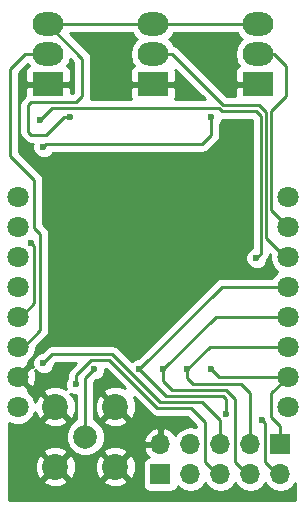
<source format=gbl>
G04 #@! TF.FileFunction,Copper,L2,Bot,Signal*
%FSLAX46Y46*%
G04 Gerber Fmt 4.6, Leading zero omitted, Abs format (unit mm)*
G04 Created by KiCad (PCBNEW 4.0.7) date Fri Oct  5 15:06:51 2018*
%MOMM*%
%LPD*%
G01*
G04 APERTURE LIST*
%ADD10C,0.100000*%
%ADD11R,1.700000X1.700000*%
%ADD12O,1.700000X1.700000*%
%ADD13C,1.800000*%
%ADD14R,2.600000X2.000000*%
%ADD15O,2.600000X2.000000*%
%ADD16C,2.200000*%
%ADD17C,2.000000*%
%ADD18C,0.600000*%
%ADD19C,0.250000*%
%ADD20C,0.254000*%
G04 APERTURE END LIST*
D10*
D11*
X121920000Y-123190000D03*
D12*
X124460000Y-123190000D03*
X127000000Y-123190000D03*
X129540000Y-123190000D03*
X132080000Y-123190000D03*
D13*
X109855000Y-99695000D03*
X109855000Y-102235000D03*
X109855000Y-104775000D03*
X109855000Y-107315000D03*
X109855000Y-109855000D03*
X109855000Y-112395000D03*
X109855000Y-114935000D03*
X109855000Y-117475000D03*
X132715000Y-117475000D03*
X132715000Y-114935000D03*
X132715000Y-112395000D03*
X132715000Y-109855000D03*
X132715000Y-107315000D03*
X132715000Y-104775000D03*
X132715000Y-102235000D03*
X132715000Y-99695000D03*
D14*
X112395000Y-90170000D03*
D15*
X112395000Y-87630000D03*
X112395000Y-85090000D03*
D16*
X113030000Y-122555000D03*
X113030000Y-117475000D03*
X118110000Y-117475000D03*
X118110000Y-122555000D03*
D17*
X115570000Y-120015000D03*
D14*
X121285000Y-90170000D03*
D15*
X121285000Y-87630000D03*
X121285000Y-85090000D03*
D14*
X130175000Y-90170000D03*
D15*
X130175000Y-87630000D03*
X130175000Y-85090000D03*
D11*
X132080000Y-120650000D03*
D12*
X129540000Y-120650000D03*
X127000000Y-120650000D03*
X124460000Y-120650000D03*
X121920000Y-120650000D03*
D18*
X126238000Y-114300000D03*
X124206000Y-114300000D03*
X122174000Y-114300000D03*
X130556000Y-118618000D03*
X127508000Y-118110000D03*
X120142000Y-114300000D03*
X114046000Y-114300000D03*
X114300000Y-92964000D03*
X110998000Y-103632000D03*
X112014000Y-95504000D03*
X126238000Y-92964000D03*
X130048000Y-104902000D03*
X111760000Y-93218000D03*
X116332000Y-114300000D03*
X114808000Y-115570000D03*
X112014000Y-113792000D03*
D19*
X132080000Y-120650000D02*
X132080000Y-119126000D01*
X131318000Y-116332000D02*
X132715000Y-114935000D01*
X131318000Y-118364000D02*
X131318000Y-116332000D01*
X132080000Y-119126000D02*
X131318000Y-118364000D01*
X126873000Y-114935000D02*
X132715000Y-114935000D01*
X126238000Y-114300000D02*
X126873000Y-114935000D01*
X129540000Y-120650000D02*
X129540000Y-116332000D01*
X124206000Y-115062000D02*
X124206000Y-114300000D01*
X124714000Y-115570000D02*
X124206000Y-115062000D01*
X128778000Y-115570000D02*
X124714000Y-115570000D01*
X129540000Y-116332000D02*
X128778000Y-115570000D01*
X126111000Y-112395000D02*
X132715000Y-112395000D01*
X124206000Y-114300000D02*
X126111000Y-112395000D01*
X129540000Y-123190000D02*
X129286000Y-123190000D01*
X129286000Y-123190000D02*
X128270000Y-122174000D01*
X128270000Y-122174000D02*
X128270000Y-116840000D01*
X128270000Y-116840000D02*
X127508000Y-116078000D01*
X127508000Y-116078000D02*
X122936000Y-116078000D01*
X122936000Y-116078000D02*
X122174000Y-115316000D01*
X122174000Y-115316000D02*
X122174000Y-114300000D01*
X126619000Y-109855000D02*
X132715000Y-109855000D01*
X122174000Y-114300000D02*
X126619000Y-109855000D01*
X132080000Y-123190000D02*
X131826000Y-123190000D01*
X131826000Y-123190000D02*
X130810000Y-122174000D01*
X130810000Y-122174000D02*
X130810000Y-118872000D01*
X130810000Y-118872000D02*
X130556000Y-118618000D01*
X127508000Y-118110000D02*
X127508000Y-116840000D01*
X127508000Y-116840000D02*
X127254000Y-116586000D01*
X127254000Y-116586000D02*
X122428000Y-116586000D01*
X122428000Y-116586000D02*
X120142000Y-114300000D01*
X127127000Y-107315000D02*
X132715000Y-107315000D01*
X120142000Y-114300000D02*
X127127000Y-107315000D01*
X114300000Y-92964000D02*
X113792000Y-92964000D01*
X110998000Y-91694000D02*
X114808000Y-91694000D01*
X110744000Y-91948000D02*
X110998000Y-91694000D01*
X110744000Y-94234000D02*
X110744000Y-91948000D01*
X110998000Y-94488000D02*
X110744000Y-94234000D01*
X112268000Y-94488000D02*
X110998000Y-94488000D01*
X113792000Y-92964000D02*
X112268000Y-94488000D01*
X114808000Y-91694000D02*
X115316000Y-91186000D01*
X115316000Y-91186000D02*
X115316000Y-88011000D01*
X115316000Y-88011000D02*
X112395000Y-85090000D01*
X121285000Y-85090000D02*
X130175000Y-85090000D01*
X112395000Y-85090000D02*
X121285000Y-85090000D01*
X110998000Y-103632000D02*
X111252000Y-103886000D01*
X111252000Y-103886000D02*
X111252000Y-108712000D01*
X110109000Y-109855000D02*
X111252000Y-108712000D01*
X112014000Y-95504000D02*
X112268000Y-95250000D01*
X112268000Y-95250000D02*
X112522000Y-95250000D01*
X126238000Y-94488000D02*
X126238000Y-92964000D01*
X112268000Y-95250000D02*
X112522000Y-95250000D01*
X112522000Y-95250000D02*
X125476000Y-95250000D01*
X125476000Y-95250000D02*
X126238000Y-94488000D01*
X109855000Y-109855000D02*
X110109000Y-109855000D01*
X130048000Y-104902000D02*
X130417996Y-104532004D01*
X130417996Y-104532004D02*
X130417996Y-92825996D01*
X130417996Y-92825996D02*
X130048000Y-92456000D01*
X130048000Y-92456000D02*
X127125602Y-92456000D01*
X127125602Y-92456000D02*
X126871602Y-92202000D01*
X126871602Y-92202000D02*
X112776000Y-92202000D01*
X112776000Y-92202000D02*
X111760000Y-93218000D01*
X115570000Y-115062000D02*
X115570000Y-120015000D01*
X116332000Y-114300000D02*
X115570000Y-115062000D01*
X116078000Y-113538000D02*
X117602000Y-113538000D01*
X114808000Y-114808000D02*
X116078000Y-113538000D01*
X114808000Y-115570000D02*
X114808000Y-114808000D01*
X117602000Y-113538000D02*
X121666000Y-117602000D01*
X126746000Y-123190000D02*
X125730000Y-122174000D01*
X124517998Y-117602000D02*
X121666000Y-117602000D01*
X125730000Y-118814002D02*
X124517998Y-117602000D01*
X125730000Y-122174000D02*
X125730000Y-118814002D01*
X127000000Y-123190000D02*
X126746000Y-123190000D01*
X112776000Y-113030000D02*
X117856000Y-113030000D01*
X112014000Y-113792000D02*
X112776000Y-113030000D01*
X121920000Y-117094000D02*
X117856000Y-113030000D01*
X127000000Y-118618000D02*
X125476000Y-117094000D01*
X125476000Y-117094000D02*
X121920000Y-117094000D01*
X127000000Y-120650000D02*
X127000000Y-118618000D01*
X111252000Y-102362000D02*
X111252000Y-98298000D01*
X109220000Y-96266000D02*
X109220000Y-88900000D01*
X109220000Y-88900000D02*
X110490000Y-87630000D01*
X110490000Y-87630000D02*
X112395000Y-87630000D01*
X111252000Y-98298000D02*
X109220000Y-96266000D01*
X111760000Y-102870000D02*
X111760000Y-110998000D01*
X111252000Y-102362000D02*
X111760000Y-102870000D01*
X109855000Y-112395000D02*
X110363000Y-112395000D01*
X110363000Y-112395000D02*
X111760000Y-110998000D01*
X132715000Y-104775000D02*
X132461000Y-104775000D01*
X132461000Y-104775000D02*
X130867998Y-103181998D01*
X130867998Y-103181998D02*
X130867998Y-92513998D01*
X130867998Y-92513998D02*
X130302000Y-91948000D01*
X130302000Y-91948000D02*
X127254000Y-91948000D01*
X127254000Y-91948000D02*
X122936000Y-87630000D01*
X122936000Y-87630000D02*
X121285000Y-87630000D01*
X132715000Y-102235000D02*
X131318000Y-100838000D01*
X131572000Y-87630000D02*
X130175000Y-87630000D01*
X132588000Y-88646000D02*
X131572000Y-87630000D01*
X132588000Y-91186000D02*
X132588000Y-88646000D01*
X131318000Y-92456000D02*
X132588000Y-91186000D01*
X131318000Y-100838000D02*
X131318000Y-92456000D01*
D20*
G36*
X114556000Y-88325802D02*
X114556000Y-90871198D01*
X114493198Y-90934000D01*
X114330000Y-90934000D01*
X114330000Y-90455750D01*
X114171250Y-90297000D01*
X112522000Y-90297000D01*
X112522000Y-90317000D01*
X112268000Y-90317000D01*
X112268000Y-90297000D01*
X110618750Y-90297000D01*
X110460000Y-90455750D01*
X110460000Y-91157198D01*
X110206599Y-91410599D01*
X110041852Y-91657161D01*
X109984000Y-91948000D01*
X109984000Y-94234000D01*
X110041852Y-94524839D01*
X110206599Y-94771401D01*
X110460599Y-95025401D01*
X110707160Y-95190148D01*
X110998000Y-95248000D01*
X111107897Y-95248000D01*
X111079162Y-95317201D01*
X111078838Y-95689167D01*
X111220883Y-96032943D01*
X111483673Y-96296192D01*
X111827201Y-96438838D01*
X112199167Y-96439162D01*
X112542943Y-96297117D01*
X112806192Y-96034327D01*
X112816294Y-96010000D01*
X125476000Y-96010000D01*
X125766839Y-95952148D01*
X126013401Y-95787401D01*
X126775401Y-95025401D01*
X126940148Y-94778839D01*
X126998000Y-94488000D01*
X126998000Y-93526463D01*
X127030192Y-93494327D01*
X127145764Y-93216000D01*
X129657996Y-93216000D01*
X129657996Y-104051475D01*
X129519057Y-104108883D01*
X129255808Y-104371673D01*
X129113162Y-104715201D01*
X129112838Y-105087167D01*
X129254883Y-105430943D01*
X129517673Y-105694192D01*
X129861201Y-105836838D01*
X130233167Y-105837162D01*
X130576943Y-105695117D01*
X130840192Y-105432327D01*
X130982838Y-105088799D01*
X130982891Y-105028258D01*
X131120144Y-104822844D01*
X131172223Y-104561025D01*
X131180179Y-104568981D01*
X131179735Y-105078991D01*
X131412932Y-105643371D01*
X131814182Y-106045323D01*
X131414449Y-106444357D01*
X131368506Y-106555000D01*
X127127000Y-106555000D01*
X126836161Y-106612852D01*
X126589599Y-106777599D01*
X120002320Y-113364878D01*
X119956833Y-113364838D01*
X119613057Y-113506883D01*
X119510281Y-113609479D01*
X118393401Y-112492599D01*
X118146839Y-112327852D01*
X117856000Y-112270000D01*
X112776000Y-112270000D01*
X112485161Y-112327852D01*
X112238599Y-112492599D01*
X111874320Y-112856878D01*
X111828833Y-112856838D01*
X111485057Y-112998883D01*
X111221808Y-113261673D01*
X111079162Y-113605201D01*
X111078838Y-113977167D01*
X111129566Y-114099939D01*
X110935159Y-114034446D01*
X110034605Y-114935000D01*
X110935159Y-115835554D01*
X111191643Y-115749148D01*
X111401458Y-115175664D01*
X111375839Y-114565540D01*
X111312566Y-114412786D01*
X111483673Y-114584192D01*
X111827201Y-114726838D01*
X112199167Y-114727162D01*
X112542943Y-114585117D01*
X112806192Y-114322327D01*
X112948838Y-113978799D01*
X112948879Y-113931923D01*
X113090802Y-113790000D01*
X114751198Y-113790000D01*
X114270599Y-114270599D01*
X114105852Y-114517161D01*
X114048000Y-114808000D01*
X114048000Y-115007537D01*
X114015808Y-115039673D01*
X113873162Y-115383201D01*
X113872838Y-115755167D01*
X113962517Y-115972207D01*
X113318407Y-115729677D01*
X112628547Y-115752164D01*
X112095641Y-115972901D01*
X111984737Y-116250132D01*
X113030000Y-117295395D01*
X113044143Y-117281253D01*
X113223748Y-117460858D01*
X113209605Y-117475000D01*
X114254868Y-118520263D01*
X114532099Y-118409359D01*
X114775323Y-117763407D01*
X114752836Y-117073547D01*
X114532099Y-116540641D01*
X114254870Y-116429738D01*
X114309288Y-116375320D01*
X114621201Y-116504838D01*
X114810000Y-116505002D01*
X114810000Y-118559953D01*
X114645057Y-118628106D01*
X114184722Y-119087637D01*
X113935284Y-119688352D01*
X113934716Y-120338795D01*
X114183106Y-120939943D01*
X114642637Y-121400278D01*
X115243352Y-121649716D01*
X115893795Y-121650284D01*
X116494943Y-121401894D01*
X116566830Y-121330132D01*
X117064737Y-121330132D01*
X118110000Y-122375395D01*
X119155263Y-121330132D01*
X119044359Y-121052901D01*
X118398407Y-120809677D01*
X117708547Y-120832164D01*
X117175641Y-121052901D01*
X117064737Y-121330132D01*
X116566830Y-121330132D01*
X116955278Y-120942363D01*
X117204716Y-120341648D01*
X117204758Y-120293108D01*
X120478514Y-120293108D01*
X120599181Y-120523000D01*
X121793000Y-120523000D01*
X121793000Y-119329845D01*
X121563110Y-119208524D01*
X121153076Y-119378355D01*
X120724817Y-119768642D01*
X120478514Y-120293108D01*
X117204758Y-120293108D01*
X117205284Y-119691205D01*
X116956894Y-119090057D01*
X116567387Y-118699868D01*
X117064737Y-118699868D01*
X117175641Y-118977099D01*
X117821593Y-119220323D01*
X118511453Y-119197836D01*
X119044359Y-118977099D01*
X119155263Y-118699868D01*
X118110000Y-117654605D01*
X117064737Y-118699868D01*
X116567387Y-118699868D01*
X116497363Y-118629722D01*
X116330000Y-118560227D01*
X116330000Y-117186593D01*
X116364677Y-117186593D01*
X116387164Y-117876453D01*
X116607901Y-118409359D01*
X116885132Y-118520263D01*
X117930395Y-117475000D01*
X116885132Y-116429737D01*
X116607901Y-116540641D01*
X116364677Y-117186593D01*
X116330000Y-117186593D01*
X116330000Y-115376802D01*
X116471680Y-115235122D01*
X116517167Y-115235162D01*
X116860943Y-115093117D01*
X117124192Y-114830327D01*
X117266838Y-114486799D01*
X117267002Y-114298000D01*
X117287198Y-114298000D01*
X118912419Y-115923221D01*
X118398407Y-115729677D01*
X117708547Y-115752164D01*
X117175641Y-115972901D01*
X117064737Y-116250132D01*
X118110000Y-117295395D01*
X118124143Y-117281253D01*
X118303748Y-117460858D01*
X118289605Y-117475000D01*
X119334868Y-118520263D01*
X119612099Y-118409359D01*
X119855323Y-117763407D01*
X119832836Y-117073547D01*
X119670266Y-116681068D01*
X121128599Y-118139401D01*
X121375161Y-118304148D01*
X121666000Y-118362000D01*
X124203196Y-118362000D01*
X124970000Y-119128804D01*
X124970000Y-119237352D01*
X124460000Y-119135907D01*
X123891715Y-119248946D01*
X123409946Y-119570853D01*
X123182298Y-119911553D01*
X123115183Y-119768642D01*
X122686924Y-119378355D01*
X122276890Y-119208524D01*
X122047000Y-119329845D01*
X122047000Y-120523000D01*
X122067000Y-120523000D01*
X122067000Y-120777000D01*
X122047000Y-120777000D01*
X122047000Y-120797000D01*
X121793000Y-120797000D01*
X121793000Y-120777000D01*
X120599181Y-120777000D01*
X120478514Y-121006892D01*
X120724817Y-121531358D01*
X120930504Y-121718808D01*
X120834683Y-121736838D01*
X120618559Y-121875910D01*
X120473569Y-122088110D01*
X120422560Y-122340000D01*
X120422560Y-124040000D01*
X120466838Y-124275317D01*
X120605910Y-124491441D01*
X120818110Y-124636431D01*
X121070000Y-124687440D01*
X122770000Y-124687440D01*
X123005317Y-124643162D01*
X123221441Y-124504090D01*
X123366431Y-124291890D01*
X123380086Y-124224459D01*
X123409946Y-124269147D01*
X123891715Y-124591054D01*
X124460000Y-124704093D01*
X125028285Y-124591054D01*
X125510054Y-124269147D01*
X125730000Y-123939974D01*
X125949946Y-124269147D01*
X126431715Y-124591054D01*
X127000000Y-124704093D01*
X127568285Y-124591054D01*
X128050054Y-124269147D01*
X128270000Y-123939974D01*
X128489946Y-124269147D01*
X128971715Y-124591054D01*
X129540000Y-124704093D01*
X130108285Y-124591054D01*
X130590054Y-124269147D01*
X130810000Y-123939974D01*
X131029946Y-124269147D01*
X131511715Y-124591054D01*
X132080000Y-124704093D01*
X132648285Y-124591054D01*
X133130054Y-124269147D01*
X133325800Y-123976192D01*
X133325800Y-125401000D01*
X109091800Y-125401000D01*
X109091800Y-123779868D01*
X111984737Y-123779868D01*
X112095641Y-124057099D01*
X112741593Y-124300323D01*
X113431453Y-124277836D01*
X113964359Y-124057099D01*
X114075263Y-123779868D01*
X117064737Y-123779868D01*
X117175641Y-124057099D01*
X117821593Y-124300323D01*
X118511453Y-124277836D01*
X119044359Y-124057099D01*
X119155263Y-123779868D01*
X118110000Y-122734605D01*
X117064737Y-123779868D01*
X114075263Y-123779868D01*
X113030000Y-122734605D01*
X111984737Y-123779868D01*
X109091800Y-123779868D01*
X109091800Y-122266593D01*
X111284677Y-122266593D01*
X111307164Y-122956453D01*
X111527901Y-123489359D01*
X111805132Y-123600263D01*
X112850395Y-122555000D01*
X113209605Y-122555000D01*
X114254868Y-123600263D01*
X114532099Y-123489359D01*
X114775323Y-122843407D01*
X114756521Y-122266593D01*
X116364677Y-122266593D01*
X116387164Y-122956453D01*
X116607901Y-123489359D01*
X116885132Y-123600263D01*
X117930395Y-122555000D01*
X118289605Y-122555000D01*
X119334868Y-123600263D01*
X119612099Y-123489359D01*
X119855323Y-122843407D01*
X119832836Y-122153547D01*
X119612099Y-121620641D01*
X119334868Y-121509737D01*
X118289605Y-122555000D01*
X117930395Y-122555000D01*
X116885132Y-121509737D01*
X116607901Y-121620641D01*
X116364677Y-122266593D01*
X114756521Y-122266593D01*
X114752836Y-122153547D01*
X114532099Y-121620641D01*
X114254868Y-121509737D01*
X113209605Y-122555000D01*
X112850395Y-122555000D01*
X111805132Y-121509737D01*
X111527901Y-121620641D01*
X111284677Y-122266593D01*
X109091800Y-122266593D01*
X109091800Y-121330132D01*
X111984737Y-121330132D01*
X113030000Y-122375395D01*
X114075263Y-121330132D01*
X113964359Y-121052901D01*
X113318407Y-120809677D01*
X112628547Y-120832164D01*
X112095641Y-121052901D01*
X111984737Y-121330132D01*
X109091800Y-121330132D01*
X109091800Y-118820165D01*
X109548330Y-119009733D01*
X110158991Y-119010265D01*
X110723371Y-118777068D01*
X110800706Y-118699868D01*
X111984737Y-118699868D01*
X112095641Y-118977099D01*
X112741593Y-119220323D01*
X113431453Y-119197836D01*
X113964359Y-118977099D01*
X114075263Y-118699868D01*
X113030000Y-117654605D01*
X111984737Y-118699868D01*
X110800706Y-118699868D01*
X111155551Y-118345643D01*
X111328743Y-117928550D01*
X111527901Y-118409359D01*
X111805132Y-118520263D01*
X112850395Y-117475000D01*
X111805132Y-116429737D01*
X111527901Y-116540641D01*
X111338091Y-117044737D01*
X111157068Y-116606629D01*
X110725643Y-116174449D01*
X110704806Y-116165797D01*
X110755554Y-116015159D01*
X109855000Y-115114605D01*
X109840858Y-115128748D01*
X109661253Y-114949143D01*
X109675395Y-114935000D01*
X109661253Y-114920858D01*
X109840858Y-114741253D01*
X109855000Y-114755395D01*
X110755554Y-113854841D01*
X110704965Y-113704673D01*
X110723371Y-113697068D01*
X111155551Y-113265643D01*
X111389733Y-112701670D01*
X111389958Y-112442844D01*
X112297401Y-111535401D01*
X112462148Y-111288840D01*
X112520000Y-110998000D01*
X112520000Y-102870000D01*
X112462148Y-102579161D01*
X112297401Y-102332599D01*
X112012000Y-102047198D01*
X112012000Y-98298000D01*
X111954148Y-98007161D01*
X111789401Y-97760599D01*
X109980000Y-95951198D01*
X109980000Y-89214802D01*
X110703788Y-88491014D01*
X110784231Y-88611406D01*
X110735301Y-88631673D01*
X110556673Y-88810302D01*
X110460000Y-89043691D01*
X110460000Y-89884250D01*
X110618750Y-90043000D01*
X112268000Y-90043000D01*
X112268000Y-90023000D01*
X112522000Y-90023000D01*
X112522000Y-90043000D01*
X114171250Y-90043000D01*
X114330000Y-89884250D01*
X114330000Y-89043691D01*
X114233327Y-88810302D01*
X114054699Y-88631673D01*
X114005769Y-88611406D01*
X114243452Y-88255687D01*
X114283674Y-88053476D01*
X114556000Y-88325802D01*
X114556000Y-88325802D01*
G37*
X114556000Y-88325802D02*
X114556000Y-90871198D01*
X114493198Y-90934000D01*
X114330000Y-90934000D01*
X114330000Y-90455750D01*
X114171250Y-90297000D01*
X112522000Y-90297000D01*
X112522000Y-90317000D01*
X112268000Y-90317000D01*
X112268000Y-90297000D01*
X110618750Y-90297000D01*
X110460000Y-90455750D01*
X110460000Y-91157198D01*
X110206599Y-91410599D01*
X110041852Y-91657161D01*
X109984000Y-91948000D01*
X109984000Y-94234000D01*
X110041852Y-94524839D01*
X110206599Y-94771401D01*
X110460599Y-95025401D01*
X110707160Y-95190148D01*
X110998000Y-95248000D01*
X111107897Y-95248000D01*
X111079162Y-95317201D01*
X111078838Y-95689167D01*
X111220883Y-96032943D01*
X111483673Y-96296192D01*
X111827201Y-96438838D01*
X112199167Y-96439162D01*
X112542943Y-96297117D01*
X112806192Y-96034327D01*
X112816294Y-96010000D01*
X125476000Y-96010000D01*
X125766839Y-95952148D01*
X126013401Y-95787401D01*
X126775401Y-95025401D01*
X126940148Y-94778839D01*
X126998000Y-94488000D01*
X126998000Y-93526463D01*
X127030192Y-93494327D01*
X127145764Y-93216000D01*
X129657996Y-93216000D01*
X129657996Y-104051475D01*
X129519057Y-104108883D01*
X129255808Y-104371673D01*
X129113162Y-104715201D01*
X129112838Y-105087167D01*
X129254883Y-105430943D01*
X129517673Y-105694192D01*
X129861201Y-105836838D01*
X130233167Y-105837162D01*
X130576943Y-105695117D01*
X130840192Y-105432327D01*
X130982838Y-105088799D01*
X130982891Y-105028258D01*
X131120144Y-104822844D01*
X131172223Y-104561025D01*
X131180179Y-104568981D01*
X131179735Y-105078991D01*
X131412932Y-105643371D01*
X131814182Y-106045323D01*
X131414449Y-106444357D01*
X131368506Y-106555000D01*
X127127000Y-106555000D01*
X126836161Y-106612852D01*
X126589599Y-106777599D01*
X120002320Y-113364878D01*
X119956833Y-113364838D01*
X119613057Y-113506883D01*
X119510281Y-113609479D01*
X118393401Y-112492599D01*
X118146839Y-112327852D01*
X117856000Y-112270000D01*
X112776000Y-112270000D01*
X112485161Y-112327852D01*
X112238599Y-112492599D01*
X111874320Y-112856878D01*
X111828833Y-112856838D01*
X111485057Y-112998883D01*
X111221808Y-113261673D01*
X111079162Y-113605201D01*
X111078838Y-113977167D01*
X111129566Y-114099939D01*
X110935159Y-114034446D01*
X110034605Y-114935000D01*
X110935159Y-115835554D01*
X111191643Y-115749148D01*
X111401458Y-115175664D01*
X111375839Y-114565540D01*
X111312566Y-114412786D01*
X111483673Y-114584192D01*
X111827201Y-114726838D01*
X112199167Y-114727162D01*
X112542943Y-114585117D01*
X112806192Y-114322327D01*
X112948838Y-113978799D01*
X112948879Y-113931923D01*
X113090802Y-113790000D01*
X114751198Y-113790000D01*
X114270599Y-114270599D01*
X114105852Y-114517161D01*
X114048000Y-114808000D01*
X114048000Y-115007537D01*
X114015808Y-115039673D01*
X113873162Y-115383201D01*
X113872838Y-115755167D01*
X113962517Y-115972207D01*
X113318407Y-115729677D01*
X112628547Y-115752164D01*
X112095641Y-115972901D01*
X111984737Y-116250132D01*
X113030000Y-117295395D01*
X113044143Y-117281253D01*
X113223748Y-117460858D01*
X113209605Y-117475000D01*
X114254868Y-118520263D01*
X114532099Y-118409359D01*
X114775323Y-117763407D01*
X114752836Y-117073547D01*
X114532099Y-116540641D01*
X114254870Y-116429738D01*
X114309288Y-116375320D01*
X114621201Y-116504838D01*
X114810000Y-116505002D01*
X114810000Y-118559953D01*
X114645057Y-118628106D01*
X114184722Y-119087637D01*
X113935284Y-119688352D01*
X113934716Y-120338795D01*
X114183106Y-120939943D01*
X114642637Y-121400278D01*
X115243352Y-121649716D01*
X115893795Y-121650284D01*
X116494943Y-121401894D01*
X116566830Y-121330132D01*
X117064737Y-121330132D01*
X118110000Y-122375395D01*
X119155263Y-121330132D01*
X119044359Y-121052901D01*
X118398407Y-120809677D01*
X117708547Y-120832164D01*
X117175641Y-121052901D01*
X117064737Y-121330132D01*
X116566830Y-121330132D01*
X116955278Y-120942363D01*
X117204716Y-120341648D01*
X117204758Y-120293108D01*
X120478514Y-120293108D01*
X120599181Y-120523000D01*
X121793000Y-120523000D01*
X121793000Y-119329845D01*
X121563110Y-119208524D01*
X121153076Y-119378355D01*
X120724817Y-119768642D01*
X120478514Y-120293108D01*
X117204758Y-120293108D01*
X117205284Y-119691205D01*
X116956894Y-119090057D01*
X116567387Y-118699868D01*
X117064737Y-118699868D01*
X117175641Y-118977099D01*
X117821593Y-119220323D01*
X118511453Y-119197836D01*
X119044359Y-118977099D01*
X119155263Y-118699868D01*
X118110000Y-117654605D01*
X117064737Y-118699868D01*
X116567387Y-118699868D01*
X116497363Y-118629722D01*
X116330000Y-118560227D01*
X116330000Y-117186593D01*
X116364677Y-117186593D01*
X116387164Y-117876453D01*
X116607901Y-118409359D01*
X116885132Y-118520263D01*
X117930395Y-117475000D01*
X116885132Y-116429737D01*
X116607901Y-116540641D01*
X116364677Y-117186593D01*
X116330000Y-117186593D01*
X116330000Y-115376802D01*
X116471680Y-115235122D01*
X116517167Y-115235162D01*
X116860943Y-115093117D01*
X117124192Y-114830327D01*
X117266838Y-114486799D01*
X117267002Y-114298000D01*
X117287198Y-114298000D01*
X118912419Y-115923221D01*
X118398407Y-115729677D01*
X117708547Y-115752164D01*
X117175641Y-115972901D01*
X117064737Y-116250132D01*
X118110000Y-117295395D01*
X118124143Y-117281253D01*
X118303748Y-117460858D01*
X118289605Y-117475000D01*
X119334868Y-118520263D01*
X119612099Y-118409359D01*
X119855323Y-117763407D01*
X119832836Y-117073547D01*
X119670266Y-116681068D01*
X121128599Y-118139401D01*
X121375161Y-118304148D01*
X121666000Y-118362000D01*
X124203196Y-118362000D01*
X124970000Y-119128804D01*
X124970000Y-119237352D01*
X124460000Y-119135907D01*
X123891715Y-119248946D01*
X123409946Y-119570853D01*
X123182298Y-119911553D01*
X123115183Y-119768642D01*
X122686924Y-119378355D01*
X122276890Y-119208524D01*
X122047000Y-119329845D01*
X122047000Y-120523000D01*
X122067000Y-120523000D01*
X122067000Y-120777000D01*
X122047000Y-120777000D01*
X122047000Y-120797000D01*
X121793000Y-120797000D01*
X121793000Y-120777000D01*
X120599181Y-120777000D01*
X120478514Y-121006892D01*
X120724817Y-121531358D01*
X120930504Y-121718808D01*
X120834683Y-121736838D01*
X120618559Y-121875910D01*
X120473569Y-122088110D01*
X120422560Y-122340000D01*
X120422560Y-124040000D01*
X120466838Y-124275317D01*
X120605910Y-124491441D01*
X120818110Y-124636431D01*
X121070000Y-124687440D01*
X122770000Y-124687440D01*
X123005317Y-124643162D01*
X123221441Y-124504090D01*
X123366431Y-124291890D01*
X123380086Y-124224459D01*
X123409946Y-124269147D01*
X123891715Y-124591054D01*
X124460000Y-124704093D01*
X125028285Y-124591054D01*
X125510054Y-124269147D01*
X125730000Y-123939974D01*
X125949946Y-124269147D01*
X126431715Y-124591054D01*
X127000000Y-124704093D01*
X127568285Y-124591054D01*
X128050054Y-124269147D01*
X128270000Y-123939974D01*
X128489946Y-124269147D01*
X128971715Y-124591054D01*
X129540000Y-124704093D01*
X130108285Y-124591054D01*
X130590054Y-124269147D01*
X130810000Y-123939974D01*
X131029946Y-124269147D01*
X131511715Y-124591054D01*
X132080000Y-124704093D01*
X132648285Y-124591054D01*
X133130054Y-124269147D01*
X133325800Y-123976192D01*
X133325800Y-125401000D01*
X109091800Y-125401000D01*
X109091800Y-123779868D01*
X111984737Y-123779868D01*
X112095641Y-124057099D01*
X112741593Y-124300323D01*
X113431453Y-124277836D01*
X113964359Y-124057099D01*
X114075263Y-123779868D01*
X117064737Y-123779868D01*
X117175641Y-124057099D01*
X117821593Y-124300323D01*
X118511453Y-124277836D01*
X119044359Y-124057099D01*
X119155263Y-123779868D01*
X118110000Y-122734605D01*
X117064737Y-123779868D01*
X114075263Y-123779868D01*
X113030000Y-122734605D01*
X111984737Y-123779868D01*
X109091800Y-123779868D01*
X109091800Y-122266593D01*
X111284677Y-122266593D01*
X111307164Y-122956453D01*
X111527901Y-123489359D01*
X111805132Y-123600263D01*
X112850395Y-122555000D01*
X113209605Y-122555000D01*
X114254868Y-123600263D01*
X114532099Y-123489359D01*
X114775323Y-122843407D01*
X114756521Y-122266593D01*
X116364677Y-122266593D01*
X116387164Y-122956453D01*
X116607901Y-123489359D01*
X116885132Y-123600263D01*
X117930395Y-122555000D01*
X118289605Y-122555000D01*
X119334868Y-123600263D01*
X119612099Y-123489359D01*
X119855323Y-122843407D01*
X119832836Y-122153547D01*
X119612099Y-121620641D01*
X119334868Y-121509737D01*
X118289605Y-122555000D01*
X117930395Y-122555000D01*
X116885132Y-121509737D01*
X116607901Y-121620641D01*
X116364677Y-122266593D01*
X114756521Y-122266593D01*
X114752836Y-122153547D01*
X114532099Y-121620641D01*
X114254868Y-121509737D01*
X113209605Y-122555000D01*
X112850395Y-122555000D01*
X111805132Y-121509737D01*
X111527901Y-121620641D01*
X111284677Y-122266593D01*
X109091800Y-122266593D01*
X109091800Y-121330132D01*
X111984737Y-121330132D01*
X113030000Y-122375395D01*
X114075263Y-121330132D01*
X113964359Y-121052901D01*
X113318407Y-120809677D01*
X112628547Y-120832164D01*
X112095641Y-121052901D01*
X111984737Y-121330132D01*
X109091800Y-121330132D01*
X109091800Y-118820165D01*
X109548330Y-119009733D01*
X110158991Y-119010265D01*
X110723371Y-118777068D01*
X110800706Y-118699868D01*
X111984737Y-118699868D01*
X112095641Y-118977099D01*
X112741593Y-119220323D01*
X113431453Y-119197836D01*
X113964359Y-118977099D01*
X114075263Y-118699868D01*
X113030000Y-117654605D01*
X111984737Y-118699868D01*
X110800706Y-118699868D01*
X111155551Y-118345643D01*
X111328743Y-117928550D01*
X111527901Y-118409359D01*
X111805132Y-118520263D01*
X112850395Y-117475000D01*
X111805132Y-116429737D01*
X111527901Y-116540641D01*
X111338091Y-117044737D01*
X111157068Y-116606629D01*
X110725643Y-116174449D01*
X110704806Y-116165797D01*
X110755554Y-116015159D01*
X109855000Y-115114605D01*
X109840858Y-115128748D01*
X109661253Y-114949143D01*
X109675395Y-114935000D01*
X109661253Y-114920858D01*
X109840858Y-114741253D01*
X109855000Y-114755395D01*
X110755554Y-113854841D01*
X110704965Y-113704673D01*
X110723371Y-113697068D01*
X111155551Y-113265643D01*
X111389733Y-112701670D01*
X111389958Y-112442844D01*
X112297401Y-111535401D01*
X112462148Y-111288840D01*
X112520000Y-110998000D01*
X112520000Y-102870000D01*
X112462148Y-102579161D01*
X112297401Y-102332599D01*
X112012000Y-102047198D01*
X112012000Y-98298000D01*
X111954148Y-98007161D01*
X111789401Y-97760599D01*
X109980000Y-95951198D01*
X109980000Y-89214802D01*
X110703788Y-88491014D01*
X110784231Y-88611406D01*
X110735301Y-88631673D01*
X110556673Y-88810302D01*
X110460000Y-89043691D01*
X110460000Y-89884250D01*
X110618750Y-90043000D01*
X112268000Y-90043000D01*
X112268000Y-90023000D01*
X112522000Y-90023000D01*
X112522000Y-90043000D01*
X114171250Y-90043000D01*
X114330000Y-89884250D01*
X114330000Y-89043691D01*
X114233327Y-88810302D01*
X114054699Y-88631673D01*
X114005769Y-88611406D01*
X114243452Y-88255687D01*
X114283674Y-88053476D01*
X114556000Y-88325802D01*
G36*
X119790971Y-86246120D02*
X119961405Y-86360000D01*
X119790971Y-86473880D01*
X119436548Y-87004313D01*
X119312091Y-87630000D01*
X119436548Y-88255687D01*
X119674231Y-88611406D01*
X119625301Y-88631673D01*
X119446673Y-88810302D01*
X119350000Y-89043691D01*
X119350000Y-89884250D01*
X119508750Y-90043000D01*
X121158000Y-90043000D01*
X121158000Y-90023000D01*
X121412000Y-90023000D01*
X121412000Y-90043000D01*
X123061250Y-90043000D01*
X123220000Y-89884250D01*
X123220000Y-89043691D01*
X123181188Y-88949990D01*
X125673198Y-91442000D01*
X123159653Y-91442000D01*
X123220000Y-91296309D01*
X123220000Y-90455750D01*
X123061250Y-90297000D01*
X121412000Y-90297000D01*
X121412000Y-90317000D01*
X121158000Y-90317000D01*
X121158000Y-90297000D01*
X119508750Y-90297000D01*
X119350000Y-90455750D01*
X119350000Y-91296309D01*
X119410347Y-91442000D01*
X116025078Y-91442000D01*
X116076000Y-91186000D01*
X116076000Y-88011000D01*
X116018148Y-87720161D01*
X115853401Y-87473599D01*
X114229802Y-85850000D01*
X119526293Y-85850000D01*
X119790971Y-86246120D01*
X119790971Y-86246120D01*
G37*
X119790971Y-86246120D02*
X119961405Y-86360000D01*
X119790971Y-86473880D01*
X119436548Y-87004313D01*
X119312091Y-87630000D01*
X119436548Y-88255687D01*
X119674231Y-88611406D01*
X119625301Y-88631673D01*
X119446673Y-88810302D01*
X119350000Y-89043691D01*
X119350000Y-89884250D01*
X119508750Y-90043000D01*
X121158000Y-90043000D01*
X121158000Y-90023000D01*
X121412000Y-90023000D01*
X121412000Y-90043000D01*
X123061250Y-90043000D01*
X123220000Y-89884250D01*
X123220000Y-89043691D01*
X123181188Y-88949990D01*
X125673198Y-91442000D01*
X123159653Y-91442000D01*
X123220000Y-91296309D01*
X123220000Y-90455750D01*
X123061250Y-90297000D01*
X121412000Y-90297000D01*
X121412000Y-90317000D01*
X121158000Y-90317000D01*
X121158000Y-90297000D01*
X119508750Y-90297000D01*
X119350000Y-90455750D01*
X119350000Y-91296309D01*
X119410347Y-91442000D01*
X116025078Y-91442000D01*
X116076000Y-91186000D01*
X116076000Y-88011000D01*
X116018148Y-87720161D01*
X115853401Y-87473599D01*
X114229802Y-85850000D01*
X119526293Y-85850000D01*
X119790971Y-86246120D01*
G36*
X128680971Y-86246120D02*
X128851405Y-86360000D01*
X128680971Y-86473880D01*
X128326548Y-87004313D01*
X128202091Y-87630000D01*
X128326548Y-88255687D01*
X128564231Y-88611406D01*
X128515301Y-88631673D01*
X128336673Y-88810302D01*
X128240000Y-89043691D01*
X128240000Y-89884250D01*
X128398750Y-90043000D01*
X130048000Y-90043000D01*
X130048000Y-90023000D01*
X130302000Y-90023000D01*
X130302000Y-90043000D01*
X130322000Y-90043000D01*
X130322000Y-90297000D01*
X130302000Y-90297000D01*
X130302000Y-90317000D01*
X130048000Y-90317000D01*
X130048000Y-90297000D01*
X128398750Y-90297000D01*
X128240000Y-90455750D01*
X128240000Y-91188000D01*
X127568802Y-91188000D01*
X123473401Y-87092599D01*
X123226839Y-86927852D01*
X123060217Y-86894708D01*
X122779029Y-86473880D01*
X122608595Y-86360000D01*
X122779029Y-86246120D01*
X123043707Y-85850000D01*
X128416293Y-85850000D01*
X128680971Y-86246120D01*
X128680971Y-86246120D01*
G37*
X128680971Y-86246120D02*
X128851405Y-86360000D01*
X128680971Y-86473880D01*
X128326548Y-87004313D01*
X128202091Y-87630000D01*
X128326548Y-88255687D01*
X128564231Y-88611406D01*
X128515301Y-88631673D01*
X128336673Y-88810302D01*
X128240000Y-89043691D01*
X128240000Y-89884250D01*
X128398750Y-90043000D01*
X130048000Y-90043000D01*
X130048000Y-90023000D01*
X130302000Y-90023000D01*
X130302000Y-90043000D01*
X130322000Y-90043000D01*
X130322000Y-90297000D01*
X130302000Y-90297000D01*
X130302000Y-90317000D01*
X130048000Y-90317000D01*
X130048000Y-90297000D01*
X128398750Y-90297000D01*
X128240000Y-90455750D01*
X128240000Y-91188000D01*
X127568802Y-91188000D01*
X123473401Y-87092599D01*
X123226839Y-86927852D01*
X123060217Y-86894708D01*
X122779029Y-86473880D01*
X122608595Y-86360000D01*
X122779029Y-86246120D01*
X123043707Y-85850000D01*
X128416293Y-85850000D01*
X128680971Y-86246120D01*
M02*

</source>
